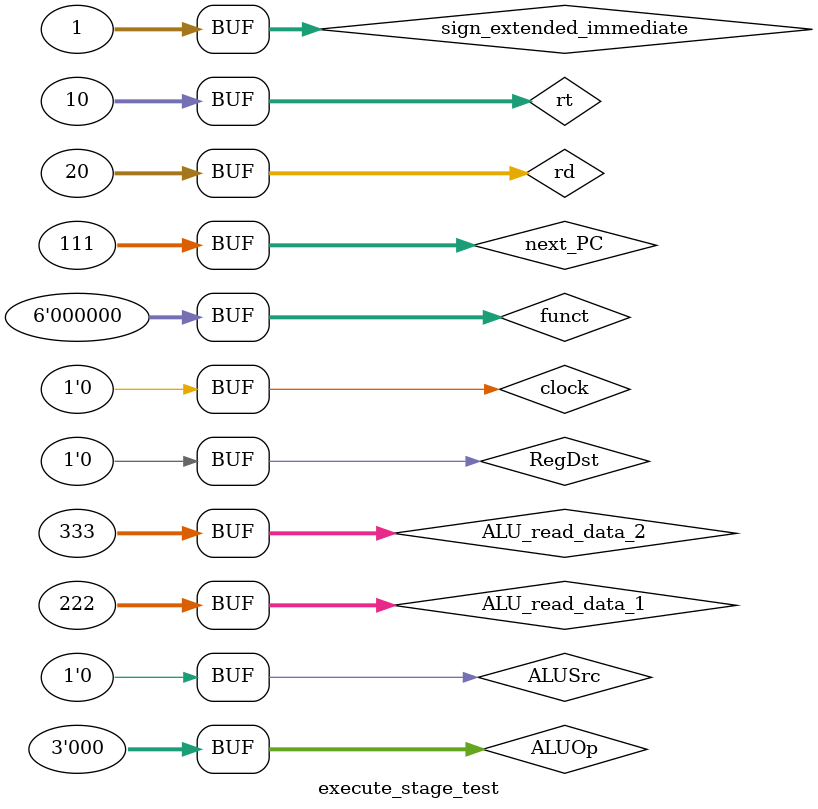
<source format=v>
`timescale 1ns / 1ps

module execute_stage_test;

	// Inputs
	reg RegDst;
	reg ALUSrc;
	reg [2:0] ALUOp;
	reg [31:0] next_PC;
	reg [31:0] ALU_read_data_1;
	reg [31:0] ALU_read_data_2;
	reg [31:0] sign_extended_immediate;
	reg [31:0] rt;
	reg [31:0] rd;
	reg [5:0] funct;
	reg clock;

	// Outputs
	wire [31:0] add_result;
	wire [31:0] ALU_result;
	wire Zero;
	wire [31:0] read_data_2;
	wire [4:0] write_register_index;

	// Instantiate the Unit Under Test (UUT)
	execute_stage uut (
		.RegDst(RegDst), 
		.ALUSrc(ALUSrc), 
		.ALUOp(ALUOp), 
		.next_PC(next_PC), 
		.ALU_read_data_1(ALU_read_data_1), 
		.ALU_read_data_2(ALU_read_data_2), 
		.sign_extended_immediate(sign_extended_immediate), 
		.rt(rt), 
		.rd(rd), 
		.funct(funct), 
		.clock(clock), 
		.add_result(add_result), 
		.ALU_result(ALU_result), 
		.Zero(Zero), 
		.read_data_2(read_data_2),
		.write_register_index(write_register_index)
	);

	initial
		begin
			RegDst = 0;
			ALUSrc = 0;
			ALUOp = 0;
			next_PC = 111;
			ALU_read_data_1 = 222;
			ALU_read_data_2 = 333;
			sign_extended_immediate = 1;
			rt = 10;
			rd = 20;
			funct = 0;
			clock = 0;
		end
      
endmodule


</source>
